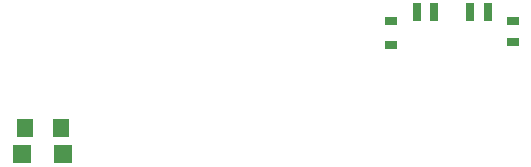
<source format=gbp>
G04*
G04 #@! TF.GenerationSoftware,Altium Limited,Altium Designer,19.1.8 (144)*
G04*
G04 Layer_Color=128*
%FSTAX44Y44*%
%MOMM*%
G71*
G01*
G75*
%ADD17R,1.4000X1.5000*%
%ADD99R,1.5000X1.5000*%
%ADD111R,1.0000X0.8000*%
%ADD112R,0.7000X1.5000*%
D17*
X00173722Y0076962D02*
D03*
X00203722D02*
D03*
D99*
X00170715Y00747775D02*
D03*
X00205715D02*
D03*
D111*
X00483824Y00860892D02*
D03*
Y00839892D02*
D03*
X00586824Y00842492D02*
D03*
Y00860892D02*
D03*
D112*
X00505324Y00867892D02*
D03*
X00520324D02*
D03*
X00550324D02*
D03*
X00565324D02*
D03*
M02*

</source>
